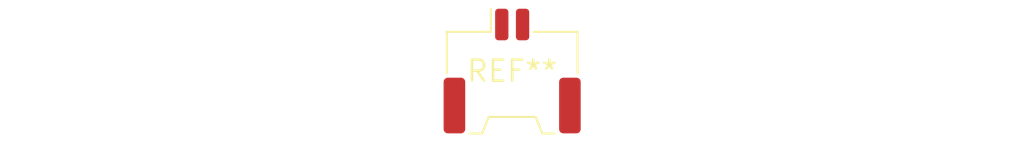
<source format=kicad_pcb>
(kicad_pcb (version 20240108) (generator pcbnew)
  (layers (0 "F.Cu" signal) (31 "B.Cu" signal) (34 "B.Paste" user) (35 "F.Paste" user) (36 "B.SilkS" user "B.Silkscreen") (37 "F.SilkS" user "F.Silkscreen") (38 "B.Mask" user) (39 "F.Mask" user) (44 "Edge.Cuts" user))
  (net 0 "")
  (footprint "Molex_Panelmate_53780-0270_1x02-1MP_P1.25mm_Horizontal" (layer "F.Cu") (at 0 0)
    (property "Reference" "REF**")
    (property "Value" "Molex_Panelmate_53780-0270_1x02-1MP_P1.25mm_Horizontal")
    (fp_line (start -3.935 -2.36) (end -1.285 -2.36) (layer "F.SilkS") (stroke (width 0.12)))
    (fp_line (start -3.935 0.14) (end -3.935 -2.36) (layer "F.SilkS") (stroke (width 0.12)))
    (fp_line (start -2.565 3.76) (end -1.815 3.76) (layer "F.SilkS") (stroke (width 0.12)))
    (fp_line (start -1.815 3.76) (end -1.415 2.76) (layer "F.SilkS") (stroke (width 0.12)))
    (fp_line (start -1.415 2.76) (end 1.415 2.76) (layer "F.SilkS") (stroke (width 0.12)))
    (fp_line (start -1.285 -2.36) (end -1.285 -3.75) (layer "F.SilkS") (stroke (width 0.12)))
    (fp_line (start 1.415 2.76) (end 1.815 3.76) (layer "F.SilkS") (stroke (width 0.12)))
    (fp_line (start 1.815 3.76) (end 2.565 3.76) (layer "F.SilkS") (stroke (width 0.12)))
    (fp_line (start 3.935 -2.36) (end 1.285 -2.36) (layer "F.SilkS") (stroke (width 0.12)))
    (fp_line (start 3.935 0.14) (end 3.935 -2.36) (layer "F.SilkS") (stroke (width 0.12)))
    (pad "1" smd roundrect (at -0.625 -2.8) (size 0.8 1.9) (layers "F.Cu" "F.Paste" "F.Mask"))
    (pad "2" smd roundrect (at 0.625 -2.8) (size 0.8 1.9) (layers "F.Cu" "F.Paste" "F.Mask"))
    (pad "MP" smd roundrect (at -3.475 2.075) (size 1.3 3.35) (layers "F.Cu" "F.Paste" "F.Mask") (roundrect_rratio 0.192308))
    (pad "MP" smd roundrect (at 3.475 2.075) (size 1.3 3.35) (layers "F.Cu" "F.Paste" "F.Mask") (roundrect_rratio 0.192308))
  )
)
</source>
